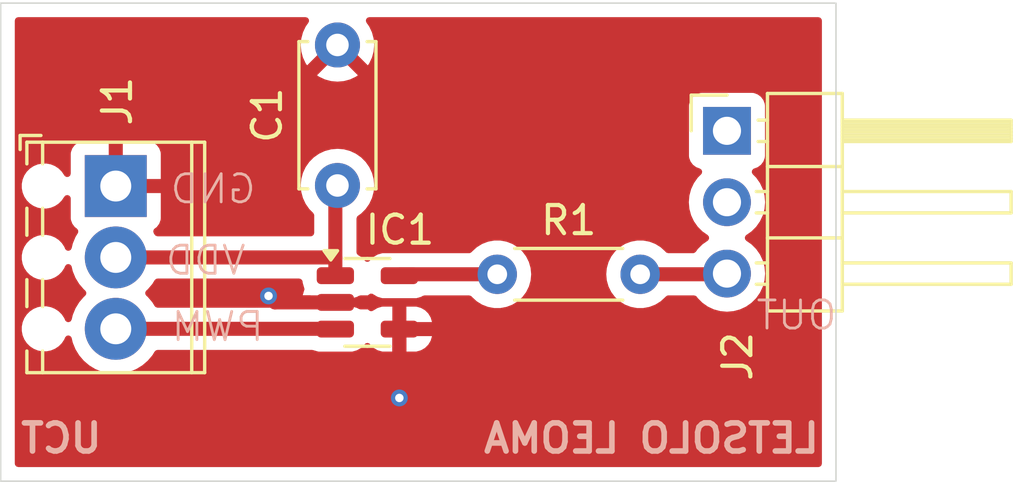
<source format=kicad_pcb>
(kicad_pcb (version 20240108) (generator "pcbnew") (generator_version "8.0")
  (layers (0 "F.Cu" signal) (1 "In1.Cu" signal) (2 "In2.Cu" signal) (31 "B.Cu" signal) (34 "B.Paste" user) (35 "F.Paste" user) (36 "B.SilkS" user "B.Silkscreen") (37 "F.SilkS" user "F.Silkscreen") (38 "B.Mask" user) (39 "F.Mask" user) (44 "Edge.Cuts" user))
  (net 0 "")
  (net 1 "GND")
  (net 2 "Net-(IC1-IN+)")
  (net 3 "Net-(IC1-OUT)")
  (net 6 "Net-(J2-Pin_3)")
  (net 7 "/VDD")
  (footprint "Capacitor_THT:C_Disc_D5.0mm_W2.5mm_P5.00mm" (layer "F.Cu") (at 111.78 86.92 90)
    (property "Reference" "C1" (at 2.5 -2.5 90) (layer "F.SilkS"))
    (property "Value" "100nF" (hide yes))
    (fp_line (start 5.12 -1.37) (end 5.12 -1.055) (stroke (width 0.12)) (layer "F.SilkS"))
    (fp_line (start -0.12 -1.37) (end 5.12 -1.37) (stroke (width 0.12)) (layer "F.SilkS"))
    (fp_line (start -0.12 -1.37) (end -0.12 -1.055) (stroke (width 0.12)) (layer "F.SilkS"))
    (fp_line (start 5.12 1.055) (end 5.12 1.37) (stroke (width 0.12)) (layer "F.SilkS"))
    (fp_line (start -0.12 1.055) (end -0.12 1.37) (stroke (width 0.12)) (layer "F.SilkS"))
    (fp_line (start -0.12 1.37) (end 5.12 1.37) (stroke (width 0.12)) (layer "F.SilkS"))
    (pad "1" thru_hole circle (at 0 0 90) (size 1.6 1.6) (drill 0.8) (layers "*.Cu" "*.Mask") (net 7 "/VDD"))
    (pad "2" thru_hole circle (at 5 0 90) (size 1.6 1.6) (drill 0.8) (layers "*.Cu" "*.Mask") (net 1 "GND"))
  )
  (footprint "TerminalBlock_Phoenix:TerminalBlock_Phoenix_MPT-0,5-3-2.54_1x03_P2.54mm_Horizontal" (layer "F.Cu") (at 103.9 86.94 -90)
    (property "Reference" "J1" (at -3.02 -0.05 90) (layer "F.SilkS"))
    (property "Value" "Driver1" (hide yes))
    (fp_line (start -1.8 3.4) (end -1.3 3.4) (stroke (width 0.12)) (layer "F.SilkS"))
    (fp_line (start -1.56 3.16) (end -0.79 3.16) (stroke (width 0.12)) (layer "F.SilkS"))
    (fp_line (start 0.79 3.16) (end 1.75 3.16) (stroke (width 0.12)) (layer "F.SilkS"))
    (fp_line (start 3.33 3.16) (end 4.29 3.16) (stroke (width 0.12)) (layer "F.SilkS"))
    (fp_line (start 5.87 3.16) (end 6.64 3.16) (stroke (width 0.12)) (layer "F.SilkS"))
    (fp_line (start -1.8 2.66) (end -1.8 3.4) (stroke (width 0.12)) (layer "F.SilkS"))
    (fp_line (start -1.56 2.6) (end -0.79 2.6) (stroke (width 0.12)) (layer "F.SilkS"))
    (fp_line (start 0.79 2.6) (end 1.75 2.6) (stroke (width 0.12)) (layer "F.SilkS"))
    (fp_line (start 3.33 2.6) (end 4.29 2.6) (stroke (width 0.12)) (layer "F.SilkS"))
    (fp_line (start 5.87 2.6) (end 6.64 2.6) (stroke (width 0.12)) (layer "F.SilkS"))
    (fp_line (start -1.56 -2.7) (end 6.64 -2.7) (stroke (width 0.12)) (layer "F.SilkS"))
    (fp_line (start -1.56 -3.16) (end -1.56 3.16) (stroke (width 0.12)) (layer "F.SilkS"))
    (fp_line (start -1.56 -3.16) (end 6.64 -3.16) (stroke (width 0.12)) (layer "F.SilkS"))
    (fp_line (start 6.64 -3.16) (end 6.64 3.16) (stroke (width 0.12)) (layer "F.SilkS"))
    (pad "" np_thru_hole circle (at 0 2.54 270) (size 1.1 1.1) (drill 1.1) (layers "*.Cu" "*.Mask"))
    (pad "" np_thru_hole circle (at 2.54 2.54 270) (size 1.1 1.1) (drill 1.1) (layers "*.Cu" "*.Mask"))
    (pad "" np_thru_hole circle (at 5.08 2.54 270) (size 1.1 1.1) (drill 1.1) (layers "*.Cu" "*.Mask"))
    (pad "1" thru_hole rect (at 0 0 270) (size 2.2 2.2) (drill 1.1) (layers "*.Cu" "*.Mask") (net 1 "GND"))
    (pad "2" thru_hole circle (at 2.54 0 270) (size 2.2 2.2) (drill 1.1) (layers "*.Cu" "*.Mask") (net 7 "/VDD"))
    (pad "3" thru_hole circle (at 5.08 0 270) (size 2.2 2.2) (drill 1.1) (layers "*.Cu" "*.Mask") (net 2 "Net-(IC1-IN+)"))
  )
  (footprint "Package_TO_SOT_SMD:SOT-23-5" (layer "F.Cu") (at 112.8425 91.08)
    (property "Reference" "IC1" (at 1.1575 -2.58 0) (layer "F.SilkS"))
    (property "Value" "UCC27517DBVR" (hide yes))
    (fp_line (start 0 -1.56) (end -0.8 -1.56) (stroke (width 0.12)) (layer "F.SilkS"))
    (fp_line (start 0 -1.56) (end 0.8 -1.56) (stroke (width 0.12)) (layer "F.SilkS"))
    (fp_line (start 0 1.56) (end -0.8 1.56) (stroke (width 0.12)) (layer "F.SilkS"))
    (fp_line (start 0 1.56) (end 0.8 1.56) (stroke (width 0.12)) (layer "F.SilkS"))
    (fp_poly (pts (xy -1.3 -1.51) (xy -1.54 -1.84) (xy -1.06 -1.84) (xy -1.3 -1.51)) (stroke (width 0.12)) (fill solid) (layer "F.SilkS"))
    (pad "1" smd roundrect (at -1.1375 -0.95) (size 1.325 0.6) (layers "F.Cu" "F.Paste" "F.Mask") (net 7 "/VDD"))
    (pad "2" smd roundrect (at -1.1375 0) (size 1.325 0.6) (layers "F.Cu" "F.Paste" "F.Mask") (net 1 "GND"))
    (pad "3" smd roundrect (at -1.1375 0.95) (size 1.325 0.6) (layers "F.Cu" "F.Paste" "F.Mask") (net 2 "Net-(IC1-IN+)"))
    (pad "4" smd roundrect (at 1.1375 0.95) (size 1.325 0.6) (layers "F.Cu" "F.Paste" "F.Mask") (net 1 "GND"))
    (pad "5" smd roundrect (at 1.1375 -0.95) (size 1.325 0.6) (layers "F.Cu" "F.Paste" "F.Mask") (net 3 "Net-(IC1-OUT)"))
  )
  (footprint "Resistor_THT:R_Axial_DIN0204_L3.6mm_D1.6mm_P5.08mm_Horizontal" (layer "F.Cu") (at 117.46 90.08)
    (property "Reference" "R1" (at 2.54 -1.92 0) (layer "F.SilkS"))
    (property "Value" "47")
    (fp_line (start 0.62 -0.92) (end 4.46 -0.92) (stroke (width 0.12)) (layer "F.SilkS"))
    (fp_line (start 0.62 0.92) (end 4.46 0.92) (stroke (width 0.12)) (layer "F.SilkS"))
    (pad "1" thru_hole circle (at 0 0) (size 1.4 1.4) (drill 0.7) (layers "*.Cu" "*.Mask") (net 3 "Net-(IC1-OUT)"))
    (pad "2" thru_hole oval (at 5.08 0) (size 1.4 1.4) (drill 0.7) (layers "*.Cu" "*.Mask") (net 6 "Net-(J2-Pin_3)"))
  )
  (footprint "Connector_PinHeader_2.54mm:PinHeader_1x03_P2.54mm_Horizontal" (layer "F.Cu") (at 125.625 84.975)
    (property "Reference" "J2" (at 0.375 8.025 90) (layer "F.SilkS"))
    (property "Value" "Driver1" (hide yes))
    (fp_line (start -1.27 -1.27) (end 0 -1.27) (stroke (width 0.12)) (layer "F.SilkS"))
    (fp_line (start -1.27 0) (end -1.27 -1.27) (stroke (width 0.12)) (layer "F.SilkS"))
    (fp_line (start 1.042929 2.16) (end 1.44 2.16) (stroke (width 0.12)) (layer "F.SilkS"))
    (fp_line (start 1.042929 2.92) (end 1.44 2.92) (stroke (width 0.12)) (layer "F.SilkS"))
    (fp_line (start 1.042929 4.7) (end 1.44 4.7) (stroke (width 0.12)) (layer "F.SilkS"))
    (fp_line (start 1.042929 5.46) (end 1.44 5.46) (stroke (width 0.12)) (layer "F.SilkS"))
    (fp_line (start 1.11 -0.38) (end 1.44 -0.38) (stroke (width 0.12)) (layer "F.SilkS"))
    (fp_line (start 1.11 0.38) (end 1.44 0.38) (stroke (width 0.12)) (layer "F.SilkS"))
    (fp_line (start 1.44 -1.33) (end 1.44 6.41) (stroke (width 0.12)) (layer "F.SilkS"))
    (fp_line (start 1.44 1.27) (end 4.1 1.27) (stroke (width 0.12)) (layer "F.SilkS"))
    (fp_line (start 1.44 3.81) (end 4.1 3.81) (stroke (width 0.12)) (layer "F.SilkS"))
    (fp_line (start 1.44 6.41) (end 4.1 6.41) (stroke (width 0.12)) (layer "F.SilkS"))
    (fp_line (start 4.1 -1.33) (end 1.44 -1.33) (stroke (width 0.12)) (layer "F.SilkS"))
    (fp_line (start 4.1 -0.38) (end 10.1 -0.38) (stroke (width 0.12)) (layer "F.SilkS"))
    (fp_line (start 4.1 -0.32) (end 10.1 -0.32) (stroke (width 0.12)) (layer "F.SilkS"))
    (fp_line (start 4.1 -0.2) (end 10.1 -0.2) (stroke (width 0.12)) (layer "F.SilkS"))
    (fp_line (start 4.1 -0.08) (end 10.1 -0.08) (stroke (width 0.12)) (layer "F.SilkS"))
    (fp_line (start 4.1 0.04) (end 10.1 0.04) (stroke (width 0.12)) (layer "F.SilkS"))
    (fp_line (start 4.1 0.16) (end 10.1 0.16) (stroke (width 0.12)) (layer "F.SilkS"))
    (fp_line (start 4.1 0.28) (end 10.1 0.28) (stroke (width 0.12)) (layer "F.SilkS"))
    (fp_line (start 4.1 2.16) (end 10.1 2.16) (stroke (width 0.12)) (layer "F.SilkS"))
    (fp_line (start 4.1 4.7) (end 10.1 4.7) (stroke (width 0.12)) (layer "F.SilkS"))
    (fp_line (start 4.1 6.41) (end 4.1 -1.33) (stroke (width 0.12)) (layer "F.SilkS"))
    (fp_line (start 10.1 -0.38) (end 10.1 0.38) (stroke (width 0.12)) (layer "F.SilkS"))
    (fp_line (start 10.1 0.38) (end 4.1 0.38) (stroke (width 0.12)) (layer "F.SilkS"))
    (fp_line (start 10.1 2.16) (end 10.1 2.92) (stroke (width 0.12)) (layer "F.SilkS"))
    (fp_line (start 10.1 2.92) (end 4.1 2.92) (stroke (width 0.12)) (layer "F.SilkS"))
    (fp_line (start 10.1 4.7) (end 10.1 5.46) (stroke (width 0.12)) (layer "F.SilkS"))
    (fp_line (start 10.1 5.46) (end 4.1 5.46) (stroke (width 0.12)) (layer "F.SilkS"))
    (pad "1" thru_hole rect (at 0 0) (size 1.7 1.7) (drill 1) (layers "*.Cu" "*.Mask"))
    (pad "2" thru_hole oval (at 0 2.54) (size 1.7 1.7) (drill 1) (layers "*.Cu" "*.Mask"))
    (pad "3" thru_hole oval (at 0 5.08) (size 1.7 1.7) (drill 1) (layers "*.Cu" "*.Mask") (net 6 "Net-(J2-Pin_3)"))
  )
  (gr_rect (start 99.81 80.43) (end 129.5 97.44) (stroke (width 0.05)) (fill none) (layer "Edge.Cuts"))
  (gr_text "GND\n" (at 108.95 87.63 0) (layer "B.SilkS") (effects (font (size 1 1) (thickness 0.1)) (justify left bottom mirror)))
  (gr_text "LETSOLO LEOMA" (at 129 96.5 0) (layer "B.SilkS") (effects (font (size 1 1) (thickness 0.2) (bold yes)) (justify left bottom mirror)))
  (gr_text "UCT" (at 103.5 96.5 0) (layer "B.SilkS") (effects (font (size 1 1) (thickness 0.2) (bold yes)) (justify left bottom mirror)))
  (gr_text "PWM" (at 109.23 92.53 0) (layer "B.SilkS") (effects (font (size 1 1) (thickness 0.1)) (justify left bottom mirror)))
  (gr_text "VDD" (at 108.59 90.17 0) (layer "B.SilkS") (effects (font (size 1 1) (thickness 0.1)) (justify left bottom mirror)))
  (gr_text "OUT" (at 129.59 92.12 0) (layer "B.SilkS") (effects (font (size 1 1) (thickness 0.1)) (justify left bottom mirror)))
  (segment (start 113.98 92.03) (end 113.98 94.48) (width 0.5) (layer "F.Cu") (net 1))
  (segment (start 103.78 87.57) (end 103.66 87.57) (width 0.5) (layer "F.Cu") (net 1))
  (segment (start 114 94.5) (end 113.98 94.48) (width 0.5) (layer "F.Cu") (net 1))
  (segment (start 111.705 91.08) (end 109.56 91.08) (width 0.5) (layer "F.Cu") (net 1))
  (segment (start 109.56 91.08) (end 109.33 90.85) (width 0.5) (layer "F.Cu") (net 1))
  (via (at 113.98 94.48) (size 0.6) (drill 0.3) (layers "F.Cu" "B.Cu") (net 1))
  (via (at 109.33 90.85) (size 0.6) (drill 0.3) (layers "F.Cu" "B.Cu") (net 1))
  (segment (start 111.695 92.02) (end 111.705 92.03) (width 0.5) (layer "F.Cu") (net 2))
  (segment (start 103.9 92.02) (end 111.695 92.02) (width 0.5) (layer "F.Cu") (net 2))
  (segment (start 114.03 90.08) (end 113.98 90.13) (width 0.5) (layer "F.Cu") (net 3))
  (segment (start 117.46 90.08) (end 114.03 90.08) (width 0.5) (layer "F.Cu") (net 3))
  (segment (start 125.6 90.08) (end 125.625 90.055) (width 0.5) (layer "F.Cu") (net 6))
  (segment (start 122.54 90.08) (end 125.6 90.08) (width 0.5) (layer "F.Cu") (net 6))
  (segment (start 111.685 89.48) (end 111.705 89.5) (width 0.2) (layer "F.Cu") (net 7))
  (segment (start 111.705 89.5) (end 111.705 86.995) (width 0.5) (layer "F.Cu") (net 7))
  (segment (start 111.705 90.13) (end 111.705 89.5) (width 0.5) (layer "F.Cu") (net 7))
  (segment (start 103.9 89.48) (end 111.685 89.48) (width 0.5) (layer "F.Cu") (net 7))
  (segment (start 111.705 86.995) (end 111.78 86.92) (width 0.5) (layer "F.Cu") (net 7))
  (zone (net 1) (net_name "GND") (layers "F.Cu" "In1.Cu") (connect_pads (clearance 0.5)) (min_thickness 0.25) (fill yes (thermal_gap 0.5) (thermal_bridge_width 0.5))
    (polygon (pts (xy 99.99 80.33) (xy 129.87 80.42) (xy 129.5 97) (xy 99.8 97.44) (xy 99.99 80.32) (xy 99.99 80.34)))
  )
)
</source>
